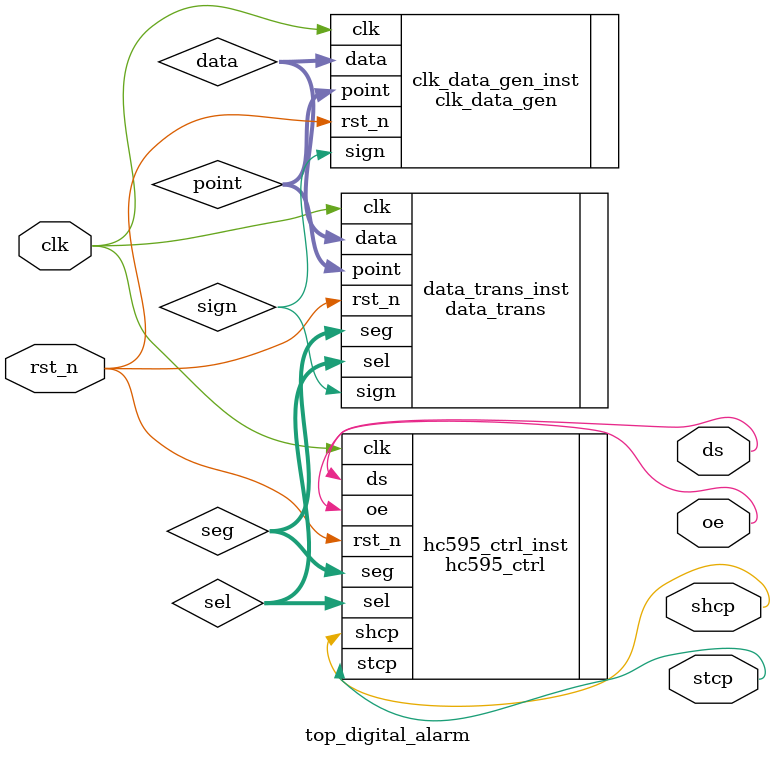
<source format=v>
module top_digital_alarm
(
    input clk,
    input rst_n,
    
    output wire stcp,
    output wire shcp,
    output wire ds,  
    output wire oe   
);

wire       sign;
wire [5:0] point;
wire [19:0] data;
wire [5:0]  sel;
wire [7:0]  seg;

clk_data_gen clk_data_gen_inst
(
   .clk  (clk  ),
   .rst_n(rst_n),

   .point(point),
   .data (data ),
   .sign (sign )  
);

data_trans data_trans_inst
(
    . data  (data ),
    . clk   (clk  ),
    . rst_n (rst_n),
    . sign  (sign ),    // 1表示负号 ， 0表示正号（不显示）
    . point (point),

    .sel (sel),
    .seg (seg)
);

hc595_ctrl hc595_ctrl_inst
(
    .clk    (clk  )    ,
    .rst_n  (rst_n)    ,
    .sel    (sel )    ,
    .seg    (seg)    ,  

    .stcp (stcp),
    .shcp (shcp),
    .ds    (ds),
    .oe    (oe)
);

endmodule
</source>
